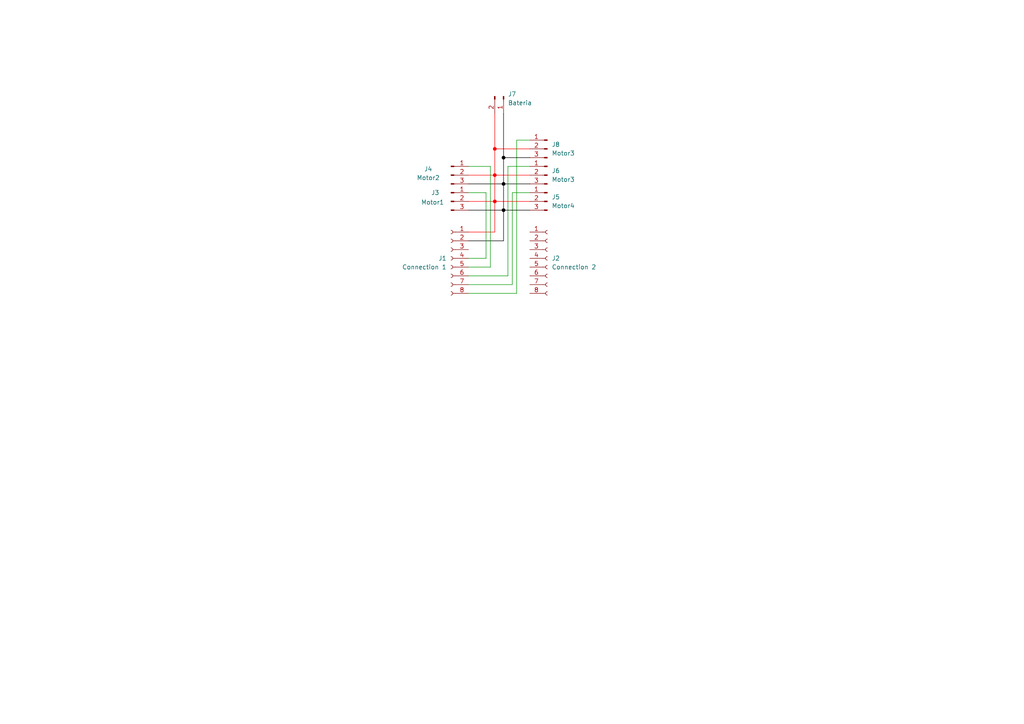
<source format=kicad_sch>
(kicad_sch (version 20231120) (generator "eeschema") (generator_version "8.0")
  (paper "A4")
  (lib_symbols
    (symbol "Connector:Conn_01x02_Pin" (pin_names (offset 1.016) hide)
      (property "Reference" "J" (at 0 2.54 0))
      (property "Value" "Conn_01x02_Pin" (at 0 -5.08 0))
      (symbol "Conn_01x02_Pin_1_1"
        (polyline (pts (xy 1.27 -2.54) (xy 0.8636 -2.54)) (stroke (width 0.1524)))
        (polyline (pts (xy 1.27 0) (xy 0.8636 0)) (stroke (width 0.1524)))
        (rectangle (start 0.8636 -2.413) (end 0 -2.667) (stroke (width 0.1524)) (fill (type outline)))
        (rectangle (start 0.8636 0.127) (end 0 -0.127) (stroke (width 0.1524)) (fill (type outline)))
        (pin passive line (at 5.08 0 180) (length 3.81) (name "Pin_1") (number "1"))
        (pin passive line (at 5.08 -2.54 180) (length 3.81) (name "Pin_2") (number "2"))
      )
    )
    (symbol "Connector:Conn_01x03_Pin" (pin_names (offset 1.016) hide)
      (property "Reference" "J" (at 0 5.08 0))
      (property "Value" "Conn_01x03_Pin" (at 0 -5.08 0))
      (symbol "Conn_01x03_Pin_1_1"
        (polyline (pts (xy 1.27 -2.54) (xy 0.8636 -2.54)) (stroke (width 0.1524)))
        (polyline (pts (xy 1.27 0) (xy 0.8636 0)) (stroke (width 0.1524)))
        (polyline (pts (xy 1.27 2.54) (xy 0.8636 2.54)) (stroke (width 0.1524)))
        (rectangle (start 0.8636 -2.413) (end 0 -2.667) (stroke (width 0.1524)) (fill (type outline)))
        (rectangle (start 0.8636 0.127) (end 0 -0.127) (stroke (width 0.1524)) (fill (type outline)))
        (rectangle (start 0.8636 2.667) (end 0 2.413) (stroke (width 0.1524)) (fill (type outline)))
        (pin passive line (at 5.08 2.54 180) (length 3.81) (name "Pin_1") (number "1"))
        (pin passive line (at 5.08 0 180) (length 3.81) (name "Pin_2") (number "2"))
        (pin passive line (at 5.08 -2.54 180) (length 3.81) (name "Pin_3") (number "3"))
      )
    )
    (symbol "Connector:Conn_01x08_Socket" (pin_names (offset 1.016) hide)
      (property "Reference" "J" (at 0 10.16 0))
      (property "Value" "Conn_01x08_Socket" (at 0 -12.7 0))
      (symbol "Conn_01x08_Socket_1_1"
        (arc (start 0 -9.652) (mid -0.5058 -10.16) (end 0 -10.668) (stroke (width 0.1524)))
        (arc (start 0 -7.112) (mid -0.5058 -7.62) (end 0 -8.128) (stroke (width 0.1524)))
        (arc (start 0 -4.572) (mid -0.5058 -5.08) (end 0 -5.588) (stroke (width 0.1524)))
        (arc (start 0 -2.032) (mid -0.5058 -2.54) (end 0 -3.048) (stroke (width 0.1524)))
        (polyline (pts (xy -1.27 -10.16) (xy -0.508 -10.16)) (stroke (width 0.1524)))
        (polyline (pts (xy -1.27 -7.62) (xy -0.508 -7.62)) (stroke (width 0.1524)))
        (polyline (pts (xy -1.27 -5.08) (xy -0.508 -5.08)) (stroke (width 0.1524)))
        (polyline (pts (xy -1.27 -2.54) (xy -0.508 -2.54)) (stroke (width 0.1524)))
        (polyline (pts (xy -1.27 0) (xy -0.508 0)) (stroke (width 0.1524)))
        (polyline (pts (xy -1.27 2.54) (xy -0.508 2.54)) (stroke (width 0.1524)))
        (polyline (pts (xy -1.27 5.08) (xy -0.508 5.08)) (stroke (width 0.1524)))
        (polyline (pts (xy -1.27 7.62) (xy -0.508 7.62)) (stroke (width 0.1524)))
        (arc (start 0 0.508) (mid -0.5058 0) (end 0 -0.508) (stroke (width 0.1524)))
        (arc (start 0 3.048) (mid -0.5058 2.54) (end 0 2.032) (stroke (width 0.1524)))
        (arc (start 0 5.588) (mid -0.5058 5.08) (end 0 4.572) (stroke (width 0.1524)))
        (arc (start 0 8.128) (mid -0.5058 7.62) (end 0 7.112) (stroke (width 0.1524)))
        (pin passive line (at -5.08 7.62 0) (length 3.81) (name "Pin_1") (number "1"))
        (pin passive line (at -5.08 5.08 0) (length 3.81) (name "Pin_2") (number "2"))
        (pin passive line (at -5.08 2.54 0) (length 3.81) (name "Pin_3") (number "3"))
        (pin passive line (at -5.08 0 0) (length 3.81) (name "Pin_4") (number "4"))
        (pin passive line (at -5.08 -2.54 0) (length 3.81) (name "Pin_5") (number "5"))
        (pin passive line (at -5.08 -5.08 0) (length 3.81) (name "Pin_6") (number "6"))
        (pin passive line (at -5.08 -7.62 0) (length 3.81) (name "Pin_7") (number "7"))
        (pin passive line (at -5.08 -10.16 0) (length 3.81) (name "Pin_8") (number "8"))
      )
    )
  )
  (junction (at 143.51 50.8) (color 255 0 0 1))
  (junction (at 146.05 53.34) (color 0 0 0 1))
  (junction (at 146.05 45.72) (color 0 0 0 1))
  (junction (at 143.51 43.18) (color 255 0 0 1))
  (junction (at 146.05 60.96) (color 0 0 0 1))
  (junction (at 143.51 58.42) (color 255 0 0 1))
  (wire (pts (xy 135.89 69.85) (xy 146.05 69.85)) (stroke (width 0) (color 0 0 0 1)))
  (wire (pts (xy 135.89 82.55) (xy 148.59 82.55)))
  (wire (pts (xy 143.51 33.02) (xy 143.51 43.18)) (stroke (width 0) (color 255 0 0 1)))
  (wire (pts (xy 148.59 55.88) (xy 153.67 55.88)))
  (wire (pts (xy 148.59 82.55) (xy 148.59 55.88)))
  (wire (pts (xy 135.89 67.31) (xy 143.51 67.31)) (stroke (width 0) (color 255 0 0 1)))
  (wire (pts (xy 149.86 40.64) (xy 153.67 40.64)))
  (wire (pts (xy 135.89 60.96) (xy 146.05 60.96)) (stroke (width 0) (color 0 0 0 1)))
  (wire (pts (xy 143.51 67.31) (xy 143.51 58.42)) (stroke (width 0) (color 255 0 0 1)))
  (wire (pts (xy 140.97 74.93) (xy 140.97 55.88)))
  (wire (pts (xy 140.97 55.88) (xy 135.89 55.88)))
  (wire (pts (xy 135.89 50.8) (xy 143.51 50.8)) (stroke (width 0) (color 255 0 0 1)))
  (wire (pts (xy 135.89 58.42) (xy 143.51 58.42)) (stroke (width 0) (color 255 0 0 1)))
  (wire (pts (xy 146.05 53.34) (xy 153.67 53.34)) (stroke (width 0) (color 0 0 0 1)))
  (wire (pts (xy 146.05 45.72) (xy 153.67 45.72)) (stroke (width 0) (color 0 0 0 1)))
  (wire (pts (xy 143.51 58.42) (xy 153.67 58.42)) (stroke (width 0) (color 255 0 0 1)))
  (wire (pts (xy 142.24 77.47) (xy 142.24 48.26)))
  (wire (pts (xy 135.89 77.47) (xy 142.24 77.47)))
  (wire (pts (xy 143.51 50.8) (xy 153.67 50.8)) (stroke (width 0) (color 255 0 0 1)))
  (wire (pts (xy 146.05 60.96) (xy 153.67 60.96)) (stroke (width 0) (color 0 0 0 1)))
  (wire (pts (xy 146.05 69.85) (xy 146.05 60.96)) (stroke (width 0) (color 0 0 0 1)))
  (wire (pts (xy 146.05 45.72) (xy 146.05 53.34)) (stroke (width 0) (color 0 0 0 1)))
  (wire (pts (xy 147.32 48.26) (xy 153.67 48.26)))
  (wire (pts (xy 143.51 58.42) (xy 143.51 50.8)) (stroke (width 0) (color 255 0 0 1)))
  (wire (pts (xy 146.05 60.96) (xy 146.05 53.34)) (stroke (width 0) (color 0 0 0 1)))
  (wire (pts (xy 135.89 74.93) (xy 140.97 74.93)))
  (wire (pts (xy 143.51 43.18) (xy 143.51 50.8)) (stroke (width 0) (color 255 0 0 1)))
  (wire (pts (xy 146.05 33.02) (xy 146.05 45.72)) (stroke (width 0) (color 0 0 0 1)))
  (wire (pts (xy 135.89 53.34) (xy 146.05 53.34)) (stroke (width 0) (color 0 0 0 1)))
  (wire (pts (xy 135.89 85.09) (xy 149.86 85.09)))
  (wire (pts (xy 149.86 85.09) (xy 149.86 40.64)))
  (wire (pts (xy 135.89 80.01) (xy 147.32 80.01)))
  (wire (pts (xy 147.32 80.01) (xy 147.32 48.26)))
  (wire (pts (xy 143.51 43.18) (xy 153.67 43.18)) (stroke (width 0) (color 255 0 0 1)))
  (wire (pts (xy 142.24 48.26) (xy 135.89 48.26)))
  (symbol (lib_id "Connector:Conn_01x08_Socket") (at 158.75 74.93 0) (unit 1)
    (property "Reference" "J2" (at 160.02 74.9299 0) (effects (justify left)))
    (property "Value" "Connection 2" (at 160.02 77.4699 0) (effects (justify left)))
    (property "Footprint" "Connector_PinSocket_2.54mm:PinSocket_1x08_P2.54mm_Vertical" (effects (hide yes)))
  )
  (symbol (lib_id "Connector:Conn_01x02_Pin") (at 146.05 27.94 270) (unit 1)
    (property "Reference" "J7" (at 147.32 27.3049 90) (effects (justify left)))
    (property "Value" "Bateria" (at 147.32 29.8449 90) (effects (justify left)))
    (property "Footprint" "Connector_PinHeader_2.54mm:PinHeader_1x02_P2.54mm_Vertical" (effects (hide yes)))
    (property "Description" "Generic connector, single row, 01x02, script generated" (effects (hide yes)))
  )
  (symbol (lib_id "Connector:Conn_01x03_Pin") (at 158.75 58.42 0) (mirror y) (unit 1)
    (property "Reference" "J5" (at 160.02 57.1499 0) (effects (justify right)))
    (property "Value" "Motor4" (at 160.02 59.6899 0) (effects (justify right)))
    (property "Footprint" "Connector_PinHeader_2.54mm:PinHeader_1x03_P2.54mm_Vertical" (effects (hide yes)))
    (property "Description" "Generic connector, single row, 01x03, script generated" (effects (hide yes)))
  )
  (symbol (lib_id "Connector:Conn_01x03_Pin") (at 158.75 50.8 0) (mirror y) (unit 1)
    (property "Reference" "J6" (at 160.02 49.5299 0) (effects (justify right)))
    (property "Value" "Motor3" (at 160.02 52.0699 0) (effects (justify right)))
    (property "Footprint" "Connector_PinHeader_2.54mm:PinHeader_1x03_P2.54mm_Vertical" (effects (hide yes)))
    (property "Description" "Generic connector, single row, 01x03, script generated" (effects (hide yes)))
  )
  (symbol (lib_id "Connector:Conn_01x03_Pin") (at 130.81 58.42 0) (unit 1)
    (property "Reference" "J3" (at 126.238 55.88 0))
    (property "Value" "Motor1" (at 125.476 58.674 0))
    (property "Footprint" "Connector_PinHeader_2.54mm:PinHeader_1x03_P2.54mm_Vertical" (effects (hide yes)))
    (property "Description" "Generic connector, single row, 01x03, script generated" (effects (hide yes)))
  )
  (symbol (lib_id "Connector:Conn_01x08_Socket") (at 130.81 74.93 0) (mirror y) (unit 1)
    (property "Reference" "J1" (at 129.54 74.9299 0) (effects (justify left)))
    (property "Value" "Connection 1" (at 129.54 77.4699 0) (effects (justify left)))
    (property "Footprint" "Connector_PinSocket_2.54mm:PinSocket_1x08_P2.54mm_Vertical" (effects (hide yes)))
    (property "Description" "Generic connector, single row, 01x08, script generated" (effects (hide yes)))
  )
  (symbol (lib_id "Connector:Conn_01x03_Pin") (at 158.75 43.18 0) (mirror y) (unit 1)
    (property "Reference" "J8" (at 160.02 41.9099 0) (effects (justify right)))
    (property "Value" "Motor3" (at 160.02 44.4499 0) (effects (justify right)))
    (property "Footprint" "Connector_PinHeader_2.54mm:PinHeader_1x03_P2.54mm_Vertical" (effects (hide yes)))
    (property "Description" "Generic connector, single row, 01x03, script generated" (effects (hide yes)))
  )
  (symbol (lib_id "Connector:Conn_01x03_Pin") (at 130.81 50.8 0) (unit 1)
    (property "Reference" "J4" (at 124.206 49.022 0))
    (property "Value" "Motor2" (at 124.206 51.562 0))
    (property "Footprint" "Connector_PinHeader_2.54mm:PinHeader_1x03_P2.54mm_Vertical" (effects (hide yes)))
    (property "Description" "Generic connector, single row, 01x03, script generated" (effects (hide yes)))
  )
)
</source>
